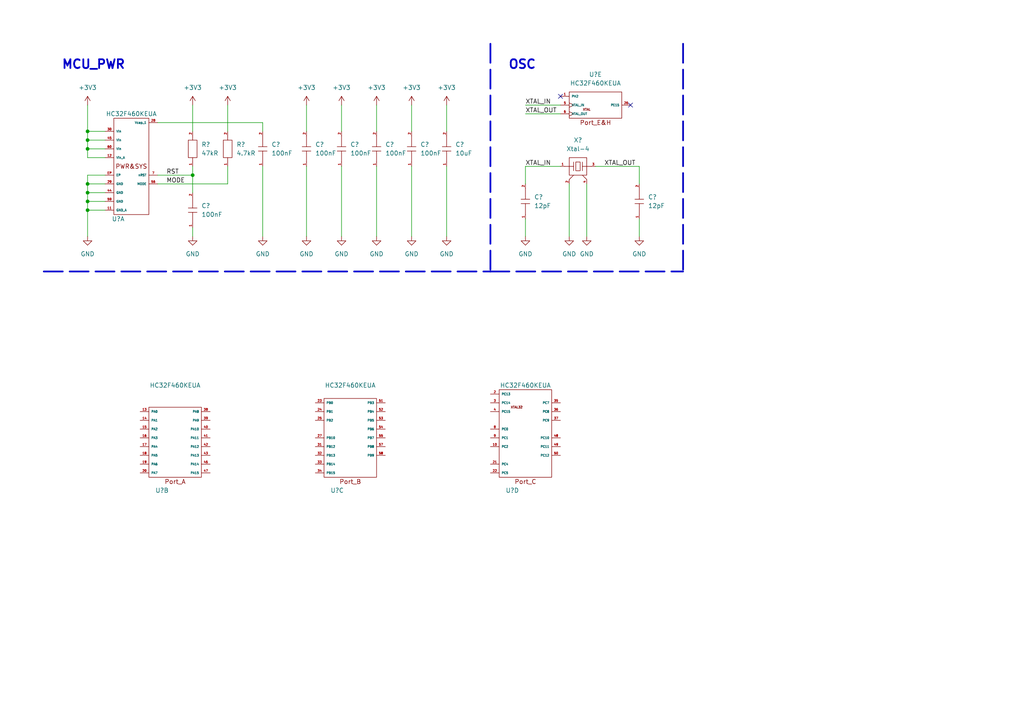
<source format=kicad_sch>
(kicad_sch (version 20211123) (generator eeschema)
  (paper "A4")
  (title_block (title "Digital_BuckBoost") (date "2022-07-01") (rev "1.0.1"))
  (lib_symbols
    (symbol "107_IntegratedCircuit_MicroController:HC32F460KEUA" (pin_names (offset 0.635))
      (property "Reference" "U" (at -3.81 -15.24 0))
      (property "Value" "HC32F460KEUA" (at 0 15.24 0))
      (symbol "HC32F460KEUA_1_0"
        (rectangle (start -5.08 13.97) (end 5.08 -13.97))
        (text "PWR&SYS" (at 0 0 0) (effects (font (size 1.27 1.27))))
      )
      (symbol "HC32F460KEUA_1_1"
        (pin power_in line (at -7.62 -12.7 0) (length 2.54) (name "GND_A") (number "11"))
        (pin power_in line (at -7.62 2.54 0) (length 2.54) (name "Vin_A") (number "12"))
        (pin power_in line (at 7.62 12.7 180) (length 2.54) (name "Vcap_1") (number "28"))
        (pin power_in line (at -7.62 -5.08 0) (length 2.54) (name "GND") (number "29"))
        (pin power_in line (at -7.62 10.16 0) (length 2.54) (name "Vin") (number "30"))
        (pin power_in line (at -7.62 -7.62 0) (length 2.54) (name "GND") (number "44"))
        (pin power_in line (at -7.62 7.62 0) (length 2.54) (name "Vin") (number "45"))
        (pin input line (at 7.62 -5.08 180) (length 2.54) (name "MODE") (number "56"))
        (pin power_in line (at -7.62 -10.16 0) (length 2.54) (name "GND") (number "59"))
        (pin power_in line (at -7.62 5.08 0) (length 2.54) (name "Vin") (number "60"))
        (pin input line (at 7.62 -2.54 180) (length 2.54) (name "nRST") (number "7"))
        (pin passive line (at -7.62 -2.54 0) (length 2.54) (name "EP") (number "EP"))
      )
      (symbol "HC32F460KEUA_2_0"
        (rectangle (start -7.62 8.89) (end 7.62 -11.43))
        (text "Port_A" (at 0 -12.7 0) (effects (font (size 1.27 1.27))))
      )
      (symbol "HC32F460KEUA_2_1"
        (pin bidirectional line (at -10.16 7.62 0) (length 2.54) (name "PA0") (number "13"))
        (pin bidirectional line (at -10.16 5.08 0) (length 2.54) (name "PA1") (number "14"))
        (pin bidirectional line (at -10.16 2.54 0) (length 2.54) (name "PA2") (number "15"))
        (pin bidirectional line (at -10.16 0 0) (length 2.54) (name "PA3") (number "16"))
        (pin bidirectional line (at -10.16 -2.54 0) (length 2.54) (name "PA4") (number "17"))
        (pin bidirectional line (at -10.16 -5.08 0) (length 2.54) (name "PA5") (number "18"))
        (pin bidirectional line (at -10.16 -7.62 0) (length 2.54) (name "PA6") (number "19"))
        (pin bidirectional line (at -10.16 -10.16 0) (length 2.54) (name "PA7") (number "20"))
        (pin bidirectional line (at 10.16 7.62 180) (length 2.54) (name "PA8") (number "38"))
        (pin bidirectional line (at 10.16 5.08 180) (length 2.54) (name "PA9") (number "39"))
        (pin bidirectional line (at 10.16 2.54 180) (length 2.54) (name "PA10") (number "40"))
        (pin bidirectional line (at 10.16 0 180) (length 2.54) (name "PA11") (number "41"))
        (pin bidirectional line (at 10.16 -2.54 180) (length 2.54) (name "PA12") (number "42"))
        (pin bidirectional line (at 10.16 -5.08 180) (length 2.54) (name "PA13") (number "43"))
        (pin bidirectional line (at 10.16 -7.62 180) (length 2.54) (name "PA14") (number "46"))
        (pin bidirectional line (at 10.16 -10.16 180) (length 2.54) (name "PA15") (number "47"))
      )
      (symbol "HC32F460KEUA_3_0"
        (rectangle (start -7.62 11.43) (end 7.62 -11.43))
        (text "Port_B" (at 0 -12.7 0) (effects (font (size 1.27 1.27))))
      )
      (symbol "HC32F460KEUA_3_1"
        (pin bidirectional line (at -10.16 10.16 0) (length 2.54) (name "PB0") (number "23"))
        (pin bidirectional line (at -10.16 7.62 0) (length 2.54) (name "PB1") (number "24"))
        (pin bidirectional line (at -10.16 5.08 0) (length 2.54) (name "PB2") (number "25"))
        (pin bidirectional line (at -10.16 0 0) (length 2.54) (name "PB10") (number "27"))
        (pin bidirectional line (at -10.16 -2.54 0) (length 2.54) (name "PB12") (number "31"))
        (pin bidirectional line (at -10.16 -5.08 0) (length 2.54) (name "PB13") (number "32"))
        (pin bidirectional line (at -10.16 -7.62 0) (length 2.54) (name "PB14") (number "33"))
        (pin bidirectional line (at -10.16 -10.16 0) (length 2.54) (name "PB15") (number "34"))
        (pin bidirectional line (at 10.16 10.16 180) (length 2.54) (name "PB3") (number "51"))
        (pin bidirectional line (at 10.16 7.62 180) (length 2.54) (name "PB4") (number "52"))
        (pin bidirectional line (at 10.16 5.08 180) (length 2.54) (name "PB5") (number "53"))
        (pin bidirectional line (at 10.16 2.54 180) (length 2.54) (name "PB6") (number "54"))
        (pin bidirectional line (at 10.16 0 180) (length 2.54) (name "PB7") (number "55"))
        (pin bidirectional line (at 10.16 -2.54 180) (length 2.54) (name "PB8") (number "57"))
        (pin bidirectional line (at 10.16 -5.08 180) (length 2.54) (name "PB9") (number "58"))
      )
      (symbol "HC32F460KEUA_4_0"
        (rectangle (start -7.62 13.97) (end 7.62 -11.43))
        (text "Port_C" (at 0 -12.7 0) (effects (font (size 1.27 1.27))))
      )
      (symbol "HC32F460KEUA_4_1"
        (text "XTAL32" (at -2.54 8.89 0) (effects (font (size 0.635 0.635))))
        (pin bidirectional line (at -10.16 -2.54 0) (length 2.54) (name "PC2") (number "10"))
        (pin bidirectional line (at -10.16 12.7 0) (length 2.54) (name "PC13") (number "2"))
        (pin bidirectional line (at -10.16 -7.62 0) (length 2.54) (name "PC4") (number "21"))
        (pin bidirectional line (at -10.16 -10.16 0) (length 2.54) (name "PC5") (number "22"))
        (pin bidirectional line (at -10.16 10.16 0) (length 2.54) (name "PC14") (number "3"))
        (pin bidirectional line (at 10.16 10.16 180) (length 2.54) (name "PC7") (number "35"))
        (pin bidirectional line (at 10.16 7.62 180) (length 2.54) (name "PC8") (number "36"))
        (pin bidirectional line (at 10.16 5.08 180) (length 2.54) (name "PC9") (number "37"))
        (pin bidirectional line (at -10.16 7.62 0) (length 2.54) (name "PC15") (number "4"))
        (pin bidirectional line (at 10.16 0 180) (length 2.54) (name "PC10") (number "48"))
        (pin bidirectional line (at 10.16 -2.54 180) (length 2.54) (name "PC11") (number "49"))
        (pin bidirectional line (at 10.16 -5.08 180) (length 2.54) (name "PC12") (number "50"))
        (pin bidirectional line (at -10.16 2.54 0) (length 2.54) (name "PC0") (number "8"))
        (pin bidirectional line (at -10.16 0 0) (length 2.54) (name "PC1") (number "9"))
      )
      (symbol "HC32F460KEUA_5_0"
        (rectangle (start -7.62 3.81) (end 7.62 -3.81))
        (text "Port_E&H" (at 0 -5.08 0) (effects (font (size 1.27 1.27))))
      )
      (symbol "HC32F460KEUA_5_1"
        (text "XTAL" (at -2.54 -1.27 0) (effects (font (size 0.635 0.635))))
        (pin bidirectional line (at -10.16 2.54 0) (length 2.54) (name "PH2") (number "1"))
        (pin bidirectional line (at 10.16 0 180) (length 2.54) (name "PE15") (number "26"))
        (pin bidirectional line (at -10.16 0 0) (length 2.54) (name "PH0") (number "5") (alternate "XTAL_IN" input clock))
        (pin bidirectional line (at -10.16 -2.54 0) (length 2.54) (name "PH1") (number "6") (alternate "XTAL_OUT" output clock))
      )
    )
    (symbol "Basic_crystal_and_oscillator:Xtal-4"
      (property "Reference" "X" (at 3.81 -3.81 0))
      (property "Value" "Xtal-4" (at 0 3.81 0))
      (symbol "Xtal-4_0_1"
        (rectangle (start -2.54 2.54) (end 2.54 -2.54))
        (rectangle (start -0.635 1.27) (end 0.635 -1.27))
        (polyline (pts (xy -3.81 0) (xy -1.27 0)))
        (polyline (pts (xy -2.54 -3.81) (xy -1.27 -2.54)))
        (polyline (pts (xy -1.27 1.27) (xy -1.27 -1.27)))
        (polyline (pts (xy 1.27 0) (xy 3.81 0)))
        (polyline (pts (xy 1.27 1.27) (xy 1.27 -1.27)))
        (polyline (pts (xy 2.54 -3.81) (xy 1.27 -2.54)))
      )
      (symbol "Xtal-4_1_1"
        (pin passive line (at -5.08 0 0) (length 1.27) (name "") (number "1"))
        (pin passive line (at -2.54 -5.08 90) (length 1.27) (name "") (number "2"))
        (pin passive line (at 5.08 0 180) (length 1.27) (name "") (number "3"))
        (pin passive line (at 2.54 -5.08 90) (length 1.27) (name "") (number "4"))
      )
    )
    (symbol "Basic_passive_components:Capacitor" (pin_names (offset 1.016))
      (property "Reference" "C" (at -4.445 -2.54 0))
      (property "Value" "Capacitor" (at 0 2.54 0))
      (symbol "Capacitor_0_1"
        (polyline (pts (xy -3.81 0) (xy -0.635 0)))
        (polyline (pts (xy -0.635 1.27) (xy -0.635 -1.27)))
        (polyline (pts (xy 0.635 0) (xy 3.81 0)))
        (polyline (pts (xy 0.635 1.27) (xy 0.635 -1.27)))
      )
      (symbol "Capacitor_1_1"
        (pin passive line (at -5.08 0 0) (length 1.27) (name "~") (number "1"))
        (pin passive line (at 5.08 0 180) (length 1.27) (name "~") (number "2"))
      )
    )
    (symbol "Basic_passive_components:Resistor" (pin_names (offset 1.016))
      (property "Reference" "R" (at -4.445 -2.54 0))
      (property "Value" "Resistor" (at 0 2.54 0))
      (symbol "Resistor_0_1"
        (rectangle (start -2.54 1.27) (end 2.54 -1.27))
        (polyline (pts (xy -3.81 0) (xy -2.54 0)))
        (polyline (pts (xy 2.54 0) (xy 3.81 0)))
      )
      (symbol "Resistor_1_1"
        (pin passive line (at -5.08 0 0) (length 1.27) (name "~") (number "1"))
        (pin passive line (at 5.08 0 180) (length 1.27) (name "~") (number "2"))
      )
    )
    (symbol "power:+3V3" (power) (pin_names (offset 0))
      (property "Value" "+3V3" (at 0 3.556 0))
      (symbol "+3V3_0_1"
        (polyline (pts (xy -0.762 1.27) (xy 0 2.54)))
        (polyline (pts (xy 0 0) (xy 0 2.54)))
        (polyline (pts (xy 0 2.54) (xy 0.762 1.27)))
      )
      (symbol "+3V3_1_1"
        (pin power_in line (at 0 0 90) (length 0) hide (name "+3V3") (number "1"))
      )
    )
    (symbol "power:GND" (power) (pin_names (offset 0))
      (property "Value" "GND" (at 0 -3.81 0))
      (symbol "GND_0_1"
        (polyline (pts (xy 0 0) (xy 0 -1.27) (xy 1.27 -1.27) (xy 0 -2.54) (xy -1.27 -1.27) (xy 0 -1.27)))
      )
      (symbol "GND_1_1"
        (pin power_in line (at 0 0 270) (length 0) hide (name "GND") (number "1"))
      )
    )
  )
  (junction (at 25.4 43.18))
  (junction (at 25.4 38.1))
  (junction (at 25.4 40.64))
  (junction (at 25.4 55.88))
  (junction (at 25.4 58.42))
  (junction (at 25.4 60.96))
  (junction (at 25.4 53.34))
  (junction (at 55.88 50.8))
  (no_connect (at 162.56 27.94))
  (no_connect (at 182.88 30.48))
  (wire (pts (xy 25.4 60.96) (xy 30.48 60.96)))
  (wire (pts (xy 30.48 50.8) (xy 25.4 50.8)))
  (wire (pts (xy 25.4 43.18) (xy 25.4 45.72)))
  (wire (pts (xy 25.4 50.8) (xy 25.4 53.34)))
  (wire (pts (xy 185.42 63.5) (xy 185.42 68.58)))
  (wire (pts (xy 66.04 30.48) (xy 66.04 38.1)))
  (wire (pts (xy 109.22 30.48) (xy 109.22 38.1)))
  (wire (pts (xy 55.88 66.04) (xy 55.88 68.58)))
  (wire (pts (xy 25.4 40.64) (xy 30.48 40.64)))
  (wire (pts (xy 25.4 68.58) (xy 25.4 60.96)))
  (wire (pts (xy 25.4 58.42) (xy 30.48 58.42)))
  (wire (pts (xy 25.4 53.34) (xy 30.48 53.34)))
  (wire (pts (xy 76.2 48.26) (xy 76.2 68.58)))
  (wire (pts (xy 55.88 48.26) (xy 55.88 50.8)))
  (wire (pts (xy 55.88 50.8) (xy 55.88 55.88)))
  (wire (pts (xy 170.18 53.34) (xy 170.18 68.58)))
  (polyline (pts (xy 12.7 78.74) (xy 142.24 78.74)) (stroke (width 0.5) (type dash)))
  (wire (pts (xy 76.2 35.56) (xy 76.2 38.1)))
  (wire (pts (xy 162.56 48.26) (xy 152.4 48.26)))
  (wire (pts (xy 55.88 30.48) (xy 55.88 38.1)))
  (wire (pts (xy 66.04 53.34) (xy 66.04 48.26)))
  (wire (pts (xy 25.4 30.48) (xy 25.4 38.1)))
  (wire (pts (xy 99.06 48.26) (xy 99.06 68.58)))
  (wire (pts (xy 25.4 55.88) (xy 30.48 55.88)))
  (wire (pts (xy 152.4 63.5) (xy 152.4 68.58)))
  (wire (pts (xy 25.4 58.42) (xy 25.4 55.88)))
  (wire (pts (xy 45.72 50.8) (xy 55.88 50.8)))
  (wire (pts (xy 165.1 53.34) (xy 165.1 68.58)))
  (wire (pts (xy 25.4 40.64) (xy 25.4 43.18)))
  (wire (pts (xy 172.72 48.26) (xy 185.42 48.26)))
  (polyline (pts (xy 198.12 12.7) (xy 198.12 78.74)) (stroke (width 0.5) (type dash)))
  (polyline (pts (xy 142.24 12.7) (xy 142.24 78.74)) (stroke (width 0.5) (type dash)))
  (wire (pts (xy 25.4 55.88) (xy 25.4 53.34)))
  (wire (pts (xy 119.38 48.26) (xy 119.38 68.58)))
  (wire (pts (xy 109.22 48.26) (xy 109.22 68.58)))
  (wire (pts (xy 88.9 30.48) (xy 88.9 38.1)))
  (wire (pts (xy 185.42 48.26) (xy 185.42 53.34)))
  (wire (pts (xy 152.4 33.02) (xy 162.56 33.02)))
  (wire (pts (xy 152.4 30.48) (xy 162.56 30.48)))
  (wire (pts (xy 25.4 43.18) (xy 30.48 43.18)))
  (wire (pts (xy 45.72 35.56) (xy 76.2 35.56)))
  (wire (pts (xy 45.72 53.34) (xy 66.04 53.34)))
  (wire (pts (xy 25.4 60.96) (xy 25.4 58.42)))
  (wire (pts (xy 99.06 30.48) (xy 99.06 38.1)))
  (wire (pts (xy 25.4 38.1) (xy 30.48 38.1)))
  (wire (pts (xy 25.4 45.72) (xy 30.48 45.72)))
  (wire (pts (xy 129.54 30.48) (xy 129.54 38.1)))
  (wire (pts (xy 152.4 48.26) (xy 152.4 53.34)))
  (wire (pts (xy 25.4 38.1) (xy 25.4 40.64)))
  (polyline (pts (xy 142.24 78.74) (xy 198.12 78.74)) (stroke (width 0.5) (type dash)))
  (wire (pts (xy 88.9 48.26) (xy 88.9 68.58)))
  (wire (pts (xy 129.54 48.26) (xy 129.54 68.58)))
  (wire (pts (xy 119.38 30.48) (xy 119.38 38.1)))
  (text "MCU_PWR" (at 17.78 20.32 0) (effects (font (size 2.54 2.54) (thickness 0.508) bold) (justify left bottom)))
  (text "OSC" (at 147.32 20.32 0) (effects (font (size 2.54 2.54) (thickness 0.508) bold) (justify left bottom)))
  (label "XTAL_IN" (at 152.4 48.26 0))
  (label "XTAL_OUT" (at 152.4 33.02 0))
  (label "XTAL_OUT" (at 175.26 48.26 0))
  (label "RST" (at 48.26 50.8 0))
  (label "MODE" (at 48.26 53.34 0))
  (label "XTAL_IN" (at 152.4 30.48 0))
  (symbol (lib_id "Basic_passive_components:Capacitor") (at 109.22 43.18 90) (unit 1)
    (property "Reference" "C?" (at 111.76 41.9099 90) (effects (justify right)))
    (property "Value" "100nF" (at 111.76 44.4499 90) (effects (justify right)))
    (property "Footprint" "GENERAL_RCL_SMD:C0402(1005M)" (effects hide))
  )
  (symbol (lib_id "power:GND") (at 129.54 68.58 0) (unit 1)
    (property "Reference" "#PWR?" (effects hide))
    (property "Value" "GND" (at 129.54 73.66 0))
  )
  (symbol (lib_id "power:+3V3") (at 99.06 30.48 0) (unit 1)
    (property "Reference" "#PWR?" (effects hide))
    (property "Value" "+3V3" (at 99.06 25.4 0))
  )
  (symbol (lib_id "power:+3V3") (at 109.22 30.48 0) (unit 1)
    (property "Reference" "#PWR?" (effects hide))
    (property "Value" "+3V3" (at 109.22 25.4 0))
  )
  (symbol (lib_id "power:+3V3") (at 66.04 30.48 0) (unit 1)
    (property "Reference" "#PWR?" (effects hide))
    (property "Value" "+3V3" (at 66.04 25.4 0))
  )
  (symbol (lib_id "power:GND") (at 25.4 68.58 0) (unit 1)
    (property "Reference" "#PWR?" (effects hide))
    (property "Value" "GND" (at 25.4 73.66 0))
  )
  (symbol (lib_id "power:+3V3") (at 119.38 30.48 0) (unit 1)
    (property "Reference" "#PWR?" (effects hide))
    (property "Value" "+3V3" (at 119.38 25.4 0))
  )
  (symbol (lib_id "Basic_passive_components:Resistor") (at 66.04 43.18 90) (unit 1)
    (property "Reference" "R?" (at 68.58 41.9099 90) (effects (justify right)))
    (property "Value" "4.7kR" (at 68.58 44.4499 90) (effects (justify right)))
    (property "Footprint" "GENERAL_RCL_SMD:C0402(1005M)" (effects hide))
  )
  (symbol (lib_id "107_IntegratedCircuit_MicroController:HC32F460KEUA") (at 152.4 127 0) (unit 4)
    (property "Reference" "U?" (at 148.59 142.24 0))
    (property "Value" "HC32F460KEUA" (at 152.4 111.76 0))
    (property "Footprint" "004_GN_MIDDLE-SEMI_SMD:QFN-60_7070" (effects hide))
    (property "Symbol type" "Specified Device" (effects hide))
    (pin "5" (alternate "XTAL_IN"))
    (pin "6" (alternate "XTAL_OUT"))
  )
  (symbol (lib_id "107_IntegratedCircuit_MicroController:HC32F460KEUA") (at 172.72 30.48 0) (unit 5)
    (property "Reference" "U?" (at 172.72 21.59 0))
    (property "Value" "HC32F460KEUA" (at 172.72 24.13 0))
    (property "Footprint" "004_GN_MIDDLE-SEMI_SMD:QFN-60_7070" (effects hide))
    (property "Symbol type" "Specified Device" (effects hide))
    (pin "5" (alternate "XTAL_IN"))
    (pin "6" (alternate "XTAL_OUT"))
  )
  (symbol (lib_id "Basic_passive_components:Capacitor") (at 129.54 43.18 90) (unit 1)
    (property "Reference" "C?" (at 132.08 41.9099 90) (effects (justify right)))
    (property "Value" "10uF" (at 132.08 44.4499 90) (effects (justify right)))
    (property "Footprint" "GENERAL_RCL_SMD:C0603(1608M)" (effects hide))
  )
  (symbol (lib_id "power:GND") (at 109.22 68.58 0) (unit 1)
    (property "Reference" "#PWR?" (effects hide))
    (property "Value" "GND" (at 109.22 73.66 0))
  )
  (symbol (lib_id "Basic_passive_components:Capacitor") (at 119.38 43.18 90) (unit 1)
    (property "Reference" "C?" (at 121.92 41.9099 90) (effects (justify right)))
    (property "Value" "100nF" (at 121.92 44.4499 90) (effects (justify right)))
    (property "Footprint" "GENERAL_RCL_SMD:C0402(1005M)" (effects hide))
  )
  (symbol (lib_id "power:GND") (at 165.1 68.58 0) (unit 1)
    (property "Reference" "#PWR?" (effects hide))
    (property "Value" "GND" (at 165.1 73.66 0))
  )
  (symbol (lib_id "Basic_passive_components:Capacitor") (at 152.4 58.42 90) (unit 1)
    (property "Reference" "C?" (at 154.94 57.1499 90) (effects (justify right)))
    (property "Value" "12pF" (at 154.94 59.6899 90) (effects (justify right)))
    (property "Footprint" "GENERAL_RCL_SMD:C0402(1005M)" (effects hide))
  )
  (symbol (lib_id "power:+3V3") (at 88.9 30.48 0) (unit 1)
    (property "Reference" "#PWR?" (effects hide))
    (property "Value" "+3V3" (at 88.9 25.4 0))
  )
  (symbol (lib_id "power:GND") (at 76.2 68.58 0) (unit 1)
    (property "Reference" "#PWR?" (effects hide))
    (property "Value" "GND" (at 76.2 73.66 0))
  )
  (symbol (lib_id "power:GND") (at 152.4 68.58 0) (unit 1)
    (property "Reference" "#PWR?" (effects hide))
    (property "Value" "GND" (at 152.4 73.66 0))
  )
  (symbol (lib_id "power:+3V3") (at 55.88 30.48 0) (unit 1)
    (property "Reference" "#PWR?" (effects hide))
    (property "Value" "+3V3" (at 55.88 25.4 0))
  )
  (symbol (lib_id "Basic_passive_components:Capacitor") (at 185.42 58.42 90) (unit 1)
    (property "Reference" "C?" (at 187.96 57.1499 90) (effects (justify right)))
    (property "Value" "12pF" (at 187.96 59.6899 90) (effects (justify right)))
    (property "Footprint" "GENERAL_RCL_SMD:C0402(1005M)" (effects hide))
  )
  (symbol (lib_id "Basic_passive_components:Capacitor") (at 88.9 43.18 90) (unit 1)
    (property "Reference" "C?" (at 91.44 41.9099 90) (effects (justify right)))
    (property "Value" "100nF" (at 91.44 44.4499 90) (effects (justify right)))
    (property "Footprint" "GENERAL_RCL_SMD:C0402(1005M)" (effects hide))
  )
  (symbol (lib_id "power:GND") (at 99.06 68.58 0) (unit 1)
    (property "Reference" "#PWR?" (effects hide))
    (property "Value" "GND" (at 99.06 73.66 0))
  )
  (symbol (lib_id "107_IntegratedCircuit_MicroController:HC32F460KEUA") (at 101.6 127 0) (unit 3)
    (property "Reference" "U?" (at 97.79 142.24 0))
    (property "Value" "HC32F460KEUA" (at 101.6 111.76 0))
    (property "Footprint" "004_GN_MIDDLE-SEMI_SMD:QFN-60_7070" (effects hide))
    (property "Symbol type" "Specified Device" (effects hide))
  )
  (symbol (lib_id "Basic_passive_components:Capacitor") (at 55.88 60.96 90) (unit 1)
    (property "Reference" "C?" (at 58.42 59.6899 90) (effects (justify right)))
    (property "Value" "100nF" (at 58.42 62.2299 90) (effects (justify right)))
    (property "Footprint" "GENERAL_RCL_SMD:C0402(1005M)" (effects hide))
  )
  (symbol (lib_id "power:GND") (at 88.9 68.58 0) (unit 1)
    (property "Reference" "#PWR?" (effects hide))
    (property "Value" "GND" (at 88.9 73.66 0))
  )
  (symbol (lib_id "power:GND") (at 185.42 68.58 0) (unit 1)
    (property "Reference" "#PWR?" (effects hide))
    (property "Value" "GND" (at 185.42 73.66 0))
  )
  (symbol (lib_id "power:GND") (at 55.88 68.58 0) (unit 1)
    (property "Reference" "#PWR?" (effects hide))
    (property "Value" "GND" (at 55.88 73.66 0))
  )
  (symbol (lib_id "Basic_passive_components:Capacitor") (at 76.2 43.18 90) (unit 1)
    (property "Reference" "C?" (at 78.74 41.9099 90) (effects (justify right)))
    (property "Value" "100nF" (at 78.74 44.4499 90) (effects (justify right)))
    (property "Footprint" "GENERAL_RCL_SMD:C0402(1005M)" (effects hide))
  )
  (symbol (lib_id "power:+3V3") (at 129.54 30.48 0) (unit 1)
    (property "Reference" "#PWR?" (effects hide))
    (property "Value" "+3V3" (at 129.54 25.4 0))
  )
  (symbol (lib_id "Basic_passive_components:Capacitor") (at 99.06 43.18 90) (unit 1)
    (property "Reference" "C?" (at 101.6 41.9099 90) (effects (justify right)))
    (property "Value" "100nF" (at 101.6 44.4499 90) (effects (justify right)))
    (property "Footprint" "GENERAL_RCL_SMD:C0402(1005M)" (effects hide))
  )
  (symbol (lib_id "power:GND") (at 170.18 68.58 0) (unit 1)
    (property "Reference" "#PWR?" (effects hide))
    (property "Value" "GND" (at 170.18 73.66 0))
  )
  (symbol (lib_id "Basic_passive_components:Resistor") (at 55.88 43.18 90) (unit 1)
    (property "Reference" "R?" (at 58.42 41.9099 90) (effects (justify right)))
    (property "Value" "47kR" (at 58.42 44.4499 90) (effects (justify right)))
    (property "Footprint" "GENERAL_RCL_SMD:C0402(1005M)" (effects hide))
  )
  (symbol (lib_id "Basic_crystal_and_oscillator:Xtal-4") (at 167.64 48.26 0) (unit 1)
    (property "Reference" "X?" (at 167.64 40.64 0))
    (property "Value" "Xtal-4" (at 167.64 43.18 0))
  )
  (symbol (lib_id "107_IntegratedCircuit_MicroController:HC32F460KEUA") (at 38.1 48.26 0) (unit 1)
    (property "Reference" "U?" (at 34.29 63.5 0))
    (property "Value" "HC32F460KEUA" (at 38.1 33.02 0))
    (property "Footprint" "004_GN_MIDDLE-SEMI_SMD:QFN-60_7070" (effects hide))
    (property "Symbol type" "Specified Device" (effects hide))
  )
  (symbol (lib_id "power:GND") (at 119.38 68.58 0) (unit 1)
    (property "Reference" "#PWR?" (effects hide))
    (property "Value" "GND" (at 119.38 73.66 0))
  )
  (symbol (lib_id "107_IntegratedCircuit_MicroController:HC32F460KEUA") (at 50.8 127 0) (unit 2)
    (property "Reference" "U?" (at 46.99 142.24 0))
    (property "Value" "HC32F460KEUA" (at 50.8 111.76 0))
    (property "Footprint" "004_GN_MIDDLE-SEMI_SMD:QFN-60_7070" (effects hide))
    (property "Symbol type" "Specified Device" (effects hide))
  )
  (symbol (lib_id "power:+3V3") (at 25.4 30.48 0) (unit 1)
    (property "Reference" "#PWR?" (effects hide))
    (property "Value" "+3V3" (at 25.4 25.4 0))
  )
)
</source>
